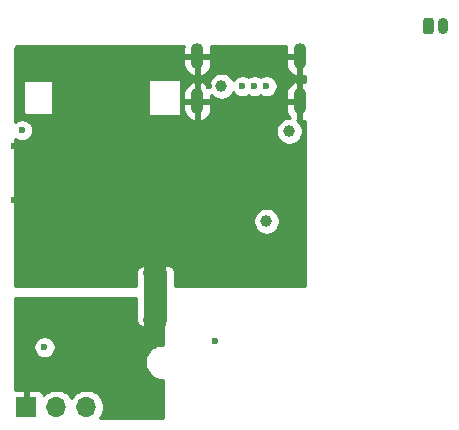
<source format=gbr>
%TF.GenerationSoftware,KiCad,Pcbnew,(5.1.8)-1*%
%TF.CreationDate,2021-03-06T05:42:10-08:00*%
%TF.ProjectId,audioboard,61756469-6f62-46f6-9172-642e6b696361,rev?*%
%TF.SameCoordinates,Original*%
%TF.FileFunction,Copper,L2,Inr*%
%TF.FilePolarity,Positive*%
%FSLAX46Y46*%
G04 Gerber Fmt 4.6, Leading zero omitted, Abs format (unit mm)*
G04 Created by KiCad (PCBNEW (5.1.8)-1) date 2021-03-06 05:42:10*
%MOMM*%
%LPD*%
G01*
G04 APERTURE LIST*
%TA.AperFunction,EtchedComponent*%
%ADD10C,0.100000*%
%TD*%
%TA.AperFunction,Conductor*%
%ADD11C,2.000000*%
%TD*%
%TA.AperFunction,ComponentPad*%
%ADD12O,0.900000X1.400000*%
%TD*%
%TA.AperFunction,ComponentPad*%
%ADD13O,1.700000X1.700000*%
%TD*%
%TA.AperFunction,ComponentPad*%
%ADD14R,1.700000X1.700000*%
%TD*%
%TA.AperFunction,ComponentPad*%
%ADD15O,1.100000X2.200000*%
%TD*%
%TA.AperFunction,ViaPad*%
%ADD16C,0.600000*%
%TD*%
%TA.AperFunction,ViaPad*%
%ADD17C,1.000000*%
%TD*%
%TA.AperFunction,Conductor*%
%ADD18C,0.254000*%
%TD*%
%TA.AperFunction,Conductor*%
%ADD19C,0.100000*%
%TD*%
G04 APERTURE END LIST*
D10*
%TO.C,*%
G36*
X88154000Y-100044000D02*
G01*
X88154000Y-96044000D01*
X90154000Y-96044000D01*
X90154000Y-100044000D01*
X88154000Y-100044000D01*
G37*
%TD*%
D11*
%TO.N,GND*%
%TO.C,*%
X89154000Y-96044000D03*
%TO.N,GNDA*%
X89154000Y-100044000D03*
%TD*%
D12*
%TO.N,GND*%
%TO.C,J2*%
X113518000Y-75184000D03*
%TO.N,VBAT*%
%TA.AperFunction,ComponentPad*%
G36*
G01*
X111818000Y-75659000D02*
X111818000Y-74709000D01*
G75*
G02*
X112043000Y-74484000I225000J0D01*
G01*
X112493000Y-74484000D01*
G75*
G02*
X112718000Y-74709000I0J-225000D01*
G01*
X112718000Y-75659000D01*
G75*
G02*
X112493000Y-75884000I-225000J0D01*
G01*
X112043000Y-75884000D01*
G75*
G02*
X111818000Y-75659000I0J225000D01*
G01*
G37*
%TD.AperFunction*%
%TD*%
D13*
%TO.N,LINEIN_L*%
%TO.C,J3*%
X83312000Y-107442000D03*
%TO.N,LINEIN_R*%
X80772000Y-107442000D03*
D14*
%TO.N,GNDA*%
X78232000Y-107442000D03*
%TD*%
D15*
%TO.N,GND*%
%TO.C,J1*%
X92708000Y-81534000D03*
X101348000Y-81534000D03*
X92708000Y-77734000D03*
X101348000Y-77734000D03*
%TD*%
D16*
%TO.N,GND*%
X99822000Y-77216000D03*
X99822000Y-80264000D03*
X93726000Y-80264000D03*
X101346000Y-85344000D03*
X98552000Y-84420000D03*
X95758000Y-87884000D03*
X77216000Y-89916000D03*
X77216000Y-85344000D03*
X77470000Y-96266000D03*
%TO.N,+3V3*%
X77862685Y-83997724D03*
D17*
X98552000Y-91694000D03*
D16*
%TO.N,GNDA*%
X79672265Y-99738265D03*
X86106000Y-104394000D03*
D17*
%TO.N,VBUS*%
X94742000Y-80264000D03*
D16*
X98552000Y-80264000D03*
D17*
X100477002Y-84074000D03*
D16*
%TO.N,HP_R*%
X94234000Y-101854000D03*
%TO.N,HP_L*%
X79756000Y-102362000D03*
%TO.N,Net-(J1-PadA5)*%
X96520000Y-80264000D03*
%TO.N,Net-(J1-PadB5)*%
X97536000Y-80264000D03*
%TD*%
D18*
%TO.N,GNDA*%
X87519000Y-100044000D02*
X87524834Y-100103505D01*
X87530248Y-100162987D01*
X87530875Y-100165118D01*
X87531093Y-100167339D01*
X87548388Y-100224621D01*
X87565238Y-100281875D01*
X87566269Y-100283847D01*
X87566913Y-100285980D01*
X87594988Y-100338781D01*
X87622655Y-100391703D01*
X87624049Y-100393437D01*
X87625095Y-100395404D01*
X87662883Y-100441737D01*
X87700310Y-100488286D01*
X87702015Y-100489717D01*
X87703423Y-100491443D01*
X87749473Y-100529539D01*
X87795246Y-100567947D01*
X87797198Y-100569020D01*
X87798913Y-100570439D01*
X87851461Y-100598851D01*
X87903847Y-100627651D01*
X87905971Y-100628325D01*
X87907928Y-100629383D01*
X87964950Y-100647034D01*
X88021976Y-100665124D01*
X88024192Y-100665373D01*
X88026316Y-100666030D01*
X88085743Y-100672276D01*
X88145134Y-100678938D01*
X88149404Y-100678968D01*
X88149567Y-100678985D01*
X88149730Y-100678970D01*
X88154000Y-100679000D01*
X89789000Y-100679000D01*
X89789000Y-102147000D01*
X89575740Y-102147000D01*
X89288842Y-102204068D01*
X89018589Y-102316010D01*
X88775368Y-102478525D01*
X88568525Y-102685368D01*
X88406010Y-102928589D01*
X88294068Y-103198842D01*
X88237000Y-103485740D01*
X88237000Y-103778260D01*
X88294068Y-104065158D01*
X88406010Y-104335411D01*
X88568525Y-104578632D01*
X88775368Y-104785475D01*
X89018589Y-104947990D01*
X89288842Y-105059932D01*
X89575740Y-105117000D01*
X89789000Y-105117000D01*
X89789000Y-108383200D01*
X84469105Y-108383200D01*
X84627990Y-108145411D01*
X84739932Y-107875158D01*
X84797000Y-107588260D01*
X84797000Y-107295740D01*
X84739932Y-107008842D01*
X84627990Y-106738589D01*
X84465475Y-106495368D01*
X84258632Y-106288525D01*
X84015411Y-106126010D01*
X83745158Y-106014068D01*
X83458260Y-105957000D01*
X83165740Y-105957000D01*
X82878842Y-106014068D01*
X82608589Y-106126010D01*
X82365368Y-106288525D01*
X82158525Y-106495368D01*
X82042000Y-106669760D01*
X81925475Y-106495368D01*
X81718632Y-106288525D01*
X81475411Y-106126010D01*
X81205158Y-106014068D01*
X80918260Y-105957000D01*
X80625740Y-105957000D01*
X80338842Y-106014068D01*
X80068589Y-106126010D01*
X79825368Y-106288525D01*
X79693513Y-106420380D01*
X79671502Y-106347820D01*
X79612537Y-106237506D01*
X79533185Y-106140815D01*
X79436494Y-106061463D01*
X79326180Y-106002498D01*
X79206482Y-105966188D01*
X79082000Y-105953928D01*
X78517750Y-105957000D01*
X78359000Y-106115750D01*
X78359000Y-107315000D01*
X78379000Y-107315000D01*
X78379000Y-107569000D01*
X78359000Y-107569000D01*
X78359000Y-107589000D01*
X78105000Y-107589000D01*
X78105000Y-107569000D01*
X78085000Y-107569000D01*
X78085000Y-107315000D01*
X78105000Y-107315000D01*
X78105000Y-106115750D01*
X77946250Y-105957000D01*
X77382000Y-105953928D01*
X77276500Y-105964318D01*
X77276500Y-102269911D01*
X78821000Y-102269911D01*
X78821000Y-102454089D01*
X78856932Y-102634729D01*
X78927414Y-102804889D01*
X79029738Y-102958028D01*
X79159972Y-103088262D01*
X79313111Y-103190586D01*
X79483271Y-103261068D01*
X79663911Y-103297000D01*
X79848089Y-103297000D01*
X80028729Y-103261068D01*
X80198889Y-103190586D01*
X80352028Y-103088262D01*
X80482262Y-102958028D01*
X80584586Y-102804889D01*
X80655068Y-102634729D01*
X80691000Y-102454089D01*
X80691000Y-102269911D01*
X80655068Y-102089271D01*
X80584586Y-101919111D01*
X80482262Y-101765972D01*
X80352028Y-101635738D01*
X80198889Y-101533414D01*
X80028729Y-101462932D01*
X79848089Y-101427000D01*
X79663911Y-101427000D01*
X79483271Y-101462932D01*
X79313111Y-101533414D01*
X79159972Y-101635738D01*
X79029738Y-101765972D01*
X78927414Y-101919111D01*
X78856932Y-102089271D01*
X78821000Y-102269911D01*
X77276500Y-102269911D01*
X77276500Y-98171000D01*
X87519000Y-98171000D01*
X87519000Y-100044000D01*
%TA.AperFunction,Conductor*%
D19*
G36*
X87519000Y-100044000D02*
G01*
X87524834Y-100103505D01*
X87530248Y-100162987D01*
X87530875Y-100165118D01*
X87531093Y-100167339D01*
X87548388Y-100224621D01*
X87565238Y-100281875D01*
X87566269Y-100283847D01*
X87566913Y-100285980D01*
X87594988Y-100338781D01*
X87622655Y-100391703D01*
X87624049Y-100393437D01*
X87625095Y-100395404D01*
X87662883Y-100441737D01*
X87700310Y-100488286D01*
X87702015Y-100489717D01*
X87703423Y-100491443D01*
X87749473Y-100529539D01*
X87795246Y-100567947D01*
X87797198Y-100569020D01*
X87798913Y-100570439D01*
X87851461Y-100598851D01*
X87903847Y-100627651D01*
X87905971Y-100628325D01*
X87907928Y-100629383D01*
X87964950Y-100647034D01*
X88021976Y-100665124D01*
X88024192Y-100665373D01*
X88026316Y-100666030D01*
X88085743Y-100672276D01*
X88145134Y-100678938D01*
X88149404Y-100678968D01*
X88149567Y-100678985D01*
X88149730Y-100678970D01*
X88154000Y-100679000D01*
X89789000Y-100679000D01*
X89789000Y-102147000D01*
X89575740Y-102147000D01*
X89288842Y-102204068D01*
X89018589Y-102316010D01*
X88775368Y-102478525D01*
X88568525Y-102685368D01*
X88406010Y-102928589D01*
X88294068Y-103198842D01*
X88237000Y-103485740D01*
X88237000Y-103778260D01*
X88294068Y-104065158D01*
X88406010Y-104335411D01*
X88568525Y-104578632D01*
X88775368Y-104785475D01*
X89018589Y-104947990D01*
X89288842Y-105059932D01*
X89575740Y-105117000D01*
X89789000Y-105117000D01*
X89789000Y-108383200D01*
X84469105Y-108383200D01*
X84627990Y-108145411D01*
X84739932Y-107875158D01*
X84797000Y-107588260D01*
X84797000Y-107295740D01*
X84739932Y-107008842D01*
X84627990Y-106738589D01*
X84465475Y-106495368D01*
X84258632Y-106288525D01*
X84015411Y-106126010D01*
X83745158Y-106014068D01*
X83458260Y-105957000D01*
X83165740Y-105957000D01*
X82878842Y-106014068D01*
X82608589Y-106126010D01*
X82365368Y-106288525D01*
X82158525Y-106495368D01*
X82042000Y-106669760D01*
X81925475Y-106495368D01*
X81718632Y-106288525D01*
X81475411Y-106126010D01*
X81205158Y-106014068D01*
X80918260Y-105957000D01*
X80625740Y-105957000D01*
X80338842Y-106014068D01*
X80068589Y-106126010D01*
X79825368Y-106288525D01*
X79693513Y-106420380D01*
X79671502Y-106347820D01*
X79612537Y-106237506D01*
X79533185Y-106140815D01*
X79436494Y-106061463D01*
X79326180Y-106002498D01*
X79206482Y-105966188D01*
X79082000Y-105953928D01*
X78517750Y-105957000D01*
X78359000Y-106115750D01*
X78359000Y-107315000D01*
X78379000Y-107315000D01*
X78379000Y-107569000D01*
X78359000Y-107569000D01*
X78359000Y-107589000D01*
X78105000Y-107589000D01*
X78105000Y-107569000D01*
X78085000Y-107569000D01*
X78085000Y-107315000D01*
X78105000Y-107315000D01*
X78105000Y-106115750D01*
X77946250Y-105957000D01*
X77382000Y-105953928D01*
X77276500Y-105964318D01*
X77276500Y-102269911D01*
X78821000Y-102269911D01*
X78821000Y-102454089D01*
X78856932Y-102634729D01*
X78927414Y-102804889D01*
X79029738Y-102958028D01*
X79159972Y-103088262D01*
X79313111Y-103190586D01*
X79483271Y-103261068D01*
X79663911Y-103297000D01*
X79848089Y-103297000D01*
X80028729Y-103261068D01*
X80198889Y-103190586D01*
X80352028Y-103088262D01*
X80482262Y-102958028D01*
X80584586Y-102804889D01*
X80655068Y-102634729D01*
X80691000Y-102454089D01*
X80691000Y-102269911D01*
X80655068Y-102089271D01*
X80584586Y-101919111D01*
X80482262Y-101765972D01*
X80352028Y-101635738D01*
X80198889Y-101533414D01*
X80028729Y-101462932D01*
X79848089Y-101427000D01*
X79663911Y-101427000D01*
X79483271Y-101462932D01*
X79313111Y-101533414D01*
X79159972Y-101635738D01*
X79029738Y-101765972D01*
X78927414Y-101919111D01*
X78856932Y-102089271D01*
X78821000Y-102269911D01*
X77276500Y-102269911D01*
X77276500Y-98171000D01*
X87519000Y-98171000D01*
X87519000Y-100044000D01*
G37*
%TD.AperFunction*%
%TD*%
D18*
%TO.N,GND*%
X91523000Y-77057000D02*
X91523000Y-77607000D01*
X92581000Y-77607000D01*
X92581000Y-77587000D01*
X92835000Y-77587000D01*
X92835000Y-77607000D01*
X93893000Y-77607000D01*
X93893000Y-77057000D01*
X93850638Y-76853200D01*
X100205362Y-76853200D01*
X100163000Y-77057000D01*
X100163000Y-77607000D01*
X101221000Y-77607000D01*
X101221000Y-77587000D01*
X101475000Y-77587000D01*
X101475000Y-77607000D01*
X101495000Y-77607000D01*
X101495000Y-77861000D01*
X101475000Y-77861000D01*
X101475000Y-79302361D01*
X101657744Y-79427803D01*
X101684147Y-79427399D01*
X101806501Y-79377946D01*
X101806501Y-79890054D01*
X101684147Y-79840601D01*
X101657744Y-79840197D01*
X101475000Y-79965639D01*
X101475000Y-81407000D01*
X101495000Y-81407000D01*
X101495000Y-81661000D01*
X101475000Y-81661000D01*
X101475000Y-83102361D01*
X101657744Y-83227803D01*
X101684147Y-83227399D01*
X101806501Y-83177946D01*
X101806500Y-97155000D01*
X90789000Y-97155000D01*
X90789000Y-96044000D01*
X90783166Y-95984495D01*
X90777752Y-95925013D01*
X90777125Y-95922882D01*
X90776907Y-95920661D01*
X90759612Y-95863379D01*
X90742762Y-95806125D01*
X90741731Y-95804153D01*
X90741087Y-95802020D01*
X90713012Y-95749219D01*
X90685345Y-95696297D01*
X90683951Y-95694563D01*
X90682905Y-95692596D01*
X90645117Y-95646263D01*
X90607690Y-95599714D01*
X90605985Y-95598283D01*
X90604577Y-95596557D01*
X90558527Y-95558461D01*
X90512754Y-95520053D01*
X90510802Y-95518980D01*
X90509087Y-95517561D01*
X90456539Y-95489149D01*
X90404153Y-95460349D01*
X90402029Y-95459675D01*
X90400072Y-95458617D01*
X90343050Y-95440966D01*
X90286024Y-95422876D01*
X90283808Y-95422627D01*
X90281684Y-95421970D01*
X90222257Y-95415724D01*
X90162866Y-95409062D01*
X90158596Y-95409032D01*
X90158433Y-95409015D01*
X90158270Y-95409030D01*
X90154000Y-95409000D01*
X88154000Y-95409000D01*
X88094495Y-95414834D01*
X88035013Y-95420248D01*
X88032882Y-95420875D01*
X88030661Y-95421093D01*
X87973379Y-95438388D01*
X87916125Y-95455238D01*
X87914153Y-95456269D01*
X87912020Y-95456913D01*
X87859219Y-95484988D01*
X87806297Y-95512655D01*
X87804563Y-95514049D01*
X87802596Y-95515095D01*
X87756263Y-95552883D01*
X87709714Y-95590310D01*
X87708283Y-95592015D01*
X87706557Y-95593423D01*
X87668461Y-95639473D01*
X87630053Y-95685246D01*
X87628980Y-95687198D01*
X87627561Y-95688913D01*
X87599149Y-95741461D01*
X87570349Y-95793847D01*
X87569675Y-95795971D01*
X87568617Y-95797928D01*
X87550966Y-95854950D01*
X87532876Y-95911976D01*
X87532627Y-95914192D01*
X87531970Y-95916316D01*
X87525724Y-95975743D01*
X87519062Y-96035134D01*
X87519032Y-96039404D01*
X87519015Y-96039567D01*
X87519030Y-96039730D01*
X87519000Y-96044000D01*
X87519000Y-97155000D01*
X77276500Y-97155000D01*
X77276500Y-91582212D01*
X97417000Y-91582212D01*
X97417000Y-91805788D01*
X97460617Y-92025067D01*
X97546176Y-92231624D01*
X97670388Y-92417520D01*
X97828480Y-92575612D01*
X98014376Y-92699824D01*
X98220933Y-92785383D01*
X98440212Y-92829000D01*
X98663788Y-92829000D01*
X98883067Y-92785383D01*
X99089624Y-92699824D01*
X99275520Y-92575612D01*
X99433612Y-92417520D01*
X99557824Y-92231624D01*
X99643383Y-92025067D01*
X99687000Y-91805788D01*
X99687000Y-91582212D01*
X99643383Y-91362933D01*
X99557824Y-91156376D01*
X99433612Y-90970480D01*
X99275520Y-90812388D01*
X99089624Y-90688176D01*
X98883067Y-90602617D01*
X98663788Y-90559000D01*
X98440212Y-90559000D01*
X98220933Y-90602617D01*
X98014376Y-90688176D01*
X97828480Y-90812388D01*
X97670388Y-90970480D01*
X97546176Y-91156376D01*
X97460617Y-91362933D01*
X97417000Y-91582212D01*
X77276500Y-91582212D01*
X77276500Y-84730563D01*
X77419796Y-84826310D01*
X77589956Y-84896792D01*
X77770596Y-84932724D01*
X77954774Y-84932724D01*
X78135414Y-84896792D01*
X78305574Y-84826310D01*
X78458713Y-84723986D01*
X78588947Y-84593752D01*
X78691271Y-84440613D01*
X78761753Y-84270453D01*
X78797685Y-84089813D01*
X78797685Y-83962212D01*
X99342002Y-83962212D01*
X99342002Y-84185788D01*
X99385619Y-84405067D01*
X99471178Y-84611624D01*
X99595390Y-84797520D01*
X99753482Y-84955612D01*
X99939378Y-85079824D01*
X100145935Y-85165383D01*
X100365214Y-85209000D01*
X100588790Y-85209000D01*
X100808069Y-85165383D01*
X101014626Y-85079824D01*
X101200522Y-84955612D01*
X101358614Y-84797520D01*
X101482826Y-84611624D01*
X101568385Y-84405067D01*
X101612002Y-84185788D01*
X101612002Y-83962212D01*
X101568385Y-83742933D01*
X101482826Y-83536376D01*
X101358614Y-83350480D01*
X101200522Y-83192388D01*
X101144440Y-83154915D01*
X101221000Y-83102361D01*
X101221000Y-81661000D01*
X100163000Y-81661000D01*
X100163000Y-82211000D01*
X100210546Y-82439742D01*
X100301804Y-82654813D01*
X100433266Y-82847948D01*
X100525896Y-82939000D01*
X100365214Y-82939000D01*
X100145935Y-82982617D01*
X99939378Y-83068176D01*
X99753482Y-83192388D01*
X99595390Y-83350480D01*
X99471178Y-83536376D01*
X99385619Y-83742933D01*
X99342002Y-83962212D01*
X78797685Y-83962212D01*
X78797685Y-83905635D01*
X78761753Y-83724995D01*
X78691271Y-83554835D01*
X78588947Y-83401696D01*
X78458713Y-83271462D01*
X78305574Y-83169138D01*
X78135414Y-83098656D01*
X77954774Y-83062724D01*
X77770596Y-83062724D01*
X77589956Y-83098656D01*
X77419796Y-83169138D01*
X77276500Y-83264885D01*
X77276500Y-79883000D01*
X77978000Y-79883000D01*
X77978000Y-82550000D01*
X77980440Y-82574776D01*
X77987667Y-82598601D01*
X77999403Y-82620557D01*
X78015197Y-82639803D01*
X78034443Y-82655597D01*
X78056399Y-82667333D01*
X78080224Y-82674560D01*
X78105000Y-82677000D01*
X80391000Y-82677000D01*
X80415776Y-82674560D01*
X80439601Y-82667333D01*
X80461557Y-82655597D01*
X80480803Y-82639803D01*
X80496597Y-82620557D01*
X80508333Y-82598601D01*
X80515560Y-82574776D01*
X80518000Y-82550000D01*
X80518000Y-79883000D01*
X80515560Y-79858224D01*
X80508333Y-79834399D01*
X80496597Y-79812443D01*
X80480803Y-79793197D01*
X80461557Y-79777403D01*
X80439601Y-79765667D01*
X80415776Y-79758440D01*
X80391000Y-79756000D01*
X88519000Y-79756000D01*
X88519000Y-82677000D01*
X88521440Y-82701776D01*
X88528667Y-82725601D01*
X88540403Y-82747557D01*
X88556197Y-82766803D01*
X88575443Y-82782597D01*
X88597399Y-82794333D01*
X88621224Y-82801560D01*
X88646000Y-82804000D01*
X91186000Y-82804000D01*
X91210776Y-82801560D01*
X91234601Y-82794333D01*
X91256557Y-82782597D01*
X91275803Y-82766803D01*
X91291597Y-82747557D01*
X91303333Y-82725601D01*
X91310560Y-82701776D01*
X91313000Y-82677000D01*
X91313000Y-81661000D01*
X91523000Y-81661000D01*
X91523000Y-82211000D01*
X91570546Y-82439742D01*
X91661804Y-82654813D01*
X91793266Y-82847948D01*
X91959881Y-83011725D01*
X92155246Y-83139850D01*
X92371853Y-83227399D01*
X92398256Y-83227803D01*
X92581000Y-83102361D01*
X92581000Y-81661000D01*
X92835000Y-81661000D01*
X92835000Y-83102361D01*
X93017744Y-83227803D01*
X93044147Y-83227399D01*
X93260754Y-83139850D01*
X93456119Y-83011725D01*
X93622734Y-82847948D01*
X93754196Y-82654813D01*
X93845454Y-82439742D01*
X93893000Y-82211000D01*
X93893000Y-81661000D01*
X92835000Y-81661000D01*
X92581000Y-81661000D01*
X91523000Y-81661000D01*
X91313000Y-81661000D01*
X91313000Y-80857000D01*
X91523000Y-80857000D01*
X91523000Y-81407000D01*
X92581000Y-81407000D01*
X92581000Y-79965639D01*
X92835000Y-79965639D01*
X92835000Y-81407000D01*
X93893000Y-81407000D01*
X93893000Y-81020132D01*
X94018480Y-81145612D01*
X94204376Y-81269824D01*
X94410933Y-81355383D01*
X94630212Y-81399000D01*
X94853788Y-81399000D01*
X95073067Y-81355383D01*
X95279624Y-81269824D01*
X95465520Y-81145612D01*
X95623612Y-80987520D01*
X95747824Y-80801624D01*
X95750461Y-80795259D01*
X95793738Y-80860028D01*
X95923972Y-80990262D01*
X96077111Y-81092586D01*
X96247271Y-81163068D01*
X96427911Y-81199000D01*
X96612089Y-81199000D01*
X96792729Y-81163068D01*
X96962889Y-81092586D01*
X97028000Y-81049080D01*
X97093111Y-81092586D01*
X97263271Y-81163068D01*
X97443911Y-81199000D01*
X97628089Y-81199000D01*
X97808729Y-81163068D01*
X97978889Y-81092586D01*
X98044000Y-81049080D01*
X98109111Y-81092586D01*
X98279271Y-81163068D01*
X98459911Y-81199000D01*
X98644089Y-81199000D01*
X98824729Y-81163068D01*
X98994889Y-81092586D01*
X99148028Y-80990262D01*
X99278262Y-80860028D01*
X99280285Y-80857000D01*
X100163000Y-80857000D01*
X100163000Y-81407000D01*
X101221000Y-81407000D01*
X101221000Y-79965639D01*
X101038256Y-79840197D01*
X101011853Y-79840601D01*
X100795246Y-79928150D01*
X100599881Y-80056275D01*
X100433266Y-80220052D01*
X100301804Y-80413187D01*
X100210546Y-80628258D01*
X100163000Y-80857000D01*
X99280285Y-80857000D01*
X99380586Y-80706889D01*
X99451068Y-80536729D01*
X99487000Y-80356089D01*
X99487000Y-80171911D01*
X99451068Y-79991271D01*
X99380586Y-79821111D01*
X99278262Y-79667972D01*
X99148028Y-79537738D01*
X98994889Y-79435414D01*
X98824729Y-79364932D01*
X98644089Y-79329000D01*
X98459911Y-79329000D01*
X98279271Y-79364932D01*
X98109111Y-79435414D01*
X98044000Y-79478920D01*
X97978889Y-79435414D01*
X97808729Y-79364932D01*
X97628089Y-79329000D01*
X97443911Y-79329000D01*
X97263271Y-79364932D01*
X97093111Y-79435414D01*
X97028000Y-79478920D01*
X96962889Y-79435414D01*
X96792729Y-79364932D01*
X96612089Y-79329000D01*
X96427911Y-79329000D01*
X96247271Y-79364932D01*
X96077111Y-79435414D01*
X95923972Y-79537738D01*
X95793738Y-79667972D01*
X95750461Y-79732741D01*
X95747824Y-79726376D01*
X95623612Y-79540480D01*
X95465520Y-79382388D01*
X95279624Y-79258176D01*
X95073067Y-79172617D01*
X94853788Y-79129000D01*
X94630212Y-79129000D01*
X94410933Y-79172617D01*
X94204376Y-79258176D01*
X94018480Y-79382388D01*
X93860388Y-79540480D01*
X93736176Y-79726376D01*
X93650617Y-79932933D01*
X93607000Y-80152212D01*
X93607000Y-80204586D01*
X93456119Y-80056275D01*
X93260754Y-79928150D01*
X93044147Y-79840601D01*
X93017744Y-79840197D01*
X92835000Y-79965639D01*
X92581000Y-79965639D01*
X92398256Y-79840197D01*
X92371853Y-79840601D01*
X92155246Y-79928150D01*
X91959881Y-80056275D01*
X91793266Y-80220052D01*
X91661804Y-80413187D01*
X91570546Y-80628258D01*
X91523000Y-80857000D01*
X91313000Y-80857000D01*
X91313000Y-79756000D01*
X91310560Y-79731224D01*
X91303333Y-79707399D01*
X91291597Y-79685443D01*
X91275803Y-79666197D01*
X91256557Y-79650403D01*
X91234601Y-79638667D01*
X91210776Y-79631440D01*
X91186000Y-79629000D01*
X88646000Y-79629000D01*
X88621224Y-79631440D01*
X88597399Y-79638667D01*
X88575443Y-79650403D01*
X88556197Y-79666197D01*
X88540403Y-79685443D01*
X88528667Y-79707399D01*
X88521440Y-79731224D01*
X88519000Y-79756000D01*
X80391000Y-79756000D01*
X78105000Y-79756000D01*
X78080224Y-79758440D01*
X78056399Y-79765667D01*
X78034443Y-79777403D01*
X78015197Y-79793197D01*
X77999403Y-79812443D01*
X77987667Y-79834399D01*
X77980440Y-79858224D01*
X77978000Y-79883000D01*
X77276500Y-79883000D01*
X77276500Y-77861000D01*
X91523000Y-77861000D01*
X91523000Y-78411000D01*
X91570546Y-78639742D01*
X91661804Y-78854813D01*
X91793266Y-79047948D01*
X91959881Y-79211725D01*
X92155246Y-79339850D01*
X92371853Y-79427399D01*
X92398256Y-79427803D01*
X92581000Y-79302361D01*
X92581000Y-77861000D01*
X92835000Y-77861000D01*
X92835000Y-79302361D01*
X93017744Y-79427803D01*
X93044147Y-79427399D01*
X93260754Y-79339850D01*
X93456119Y-79211725D01*
X93622734Y-79047948D01*
X93754196Y-78854813D01*
X93845454Y-78639742D01*
X93893000Y-78411000D01*
X93893000Y-77861000D01*
X100163000Y-77861000D01*
X100163000Y-78411000D01*
X100210546Y-78639742D01*
X100301804Y-78854813D01*
X100433266Y-79047948D01*
X100599881Y-79211725D01*
X100795246Y-79339850D01*
X101011853Y-79427399D01*
X101038256Y-79427803D01*
X101221000Y-79302361D01*
X101221000Y-77861000D01*
X100163000Y-77861000D01*
X93893000Y-77861000D01*
X92835000Y-77861000D01*
X92581000Y-77861000D01*
X91523000Y-77861000D01*
X77276500Y-77861000D01*
X77276500Y-77065442D01*
X77316843Y-76968003D01*
X77391303Y-76893543D01*
X77488741Y-76853200D01*
X91565362Y-76853200D01*
X91523000Y-77057000D01*
%TA.AperFunction,Conductor*%
D19*
G36*
X91523000Y-77057000D02*
G01*
X91523000Y-77607000D01*
X92581000Y-77607000D01*
X92581000Y-77587000D01*
X92835000Y-77587000D01*
X92835000Y-77607000D01*
X93893000Y-77607000D01*
X93893000Y-77057000D01*
X93850638Y-76853200D01*
X100205362Y-76853200D01*
X100163000Y-77057000D01*
X100163000Y-77607000D01*
X101221000Y-77607000D01*
X101221000Y-77587000D01*
X101475000Y-77587000D01*
X101475000Y-77607000D01*
X101495000Y-77607000D01*
X101495000Y-77861000D01*
X101475000Y-77861000D01*
X101475000Y-79302361D01*
X101657744Y-79427803D01*
X101684147Y-79427399D01*
X101806501Y-79377946D01*
X101806501Y-79890054D01*
X101684147Y-79840601D01*
X101657744Y-79840197D01*
X101475000Y-79965639D01*
X101475000Y-81407000D01*
X101495000Y-81407000D01*
X101495000Y-81661000D01*
X101475000Y-81661000D01*
X101475000Y-83102361D01*
X101657744Y-83227803D01*
X101684147Y-83227399D01*
X101806501Y-83177946D01*
X101806500Y-97155000D01*
X90789000Y-97155000D01*
X90789000Y-96044000D01*
X90783166Y-95984495D01*
X90777752Y-95925013D01*
X90777125Y-95922882D01*
X90776907Y-95920661D01*
X90759612Y-95863379D01*
X90742762Y-95806125D01*
X90741731Y-95804153D01*
X90741087Y-95802020D01*
X90713012Y-95749219D01*
X90685345Y-95696297D01*
X90683951Y-95694563D01*
X90682905Y-95692596D01*
X90645117Y-95646263D01*
X90607690Y-95599714D01*
X90605985Y-95598283D01*
X90604577Y-95596557D01*
X90558527Y-95558461D01*
X90512754Y-95520053D01*
X90510802Y-95518980D01*
X90509087Y-95517561D01*
X90456539Y-95489149D01*
X90404153Y-95460349D01*
X90402029Y-95459675D01*
X90400072Y-95458617D01*
X90343050Y-95440966D01*
X90286024Y-95422876D01*
X90283808Y-95422627D01*
X90281684Y-95421970D01*
X90222257Y-95415724D01*
X90162866Y-95409062D01*
X90158596Y-95409032D01*
X90158433Y-95409015D01*
X90158270Y-95409030D01*
X90154000Y-95409000D01*
X88154000Y-95409000D01*
X88094495Y-95414834D01*
X88035013Y-95420248D01*
X88032882Y-95420875D01*
X88030661Y-95421093D01*
X87973379Y-95438388D01*
X87916125Y-95455238D01*
X87914153Y-95456269D01*
X87912020Y-95456913D01*
X87859219Y-95484988D01*
X87806297Y-95512655D01*
X87804563Y-95514049D01*
X87802596Y-95515095D01*
X87756263Y-95552883D01*
X87709714Y-95590310D01*
X87708283Y-95592015D01*
X87706557Y-95593423D01*
X87668461Y-95639473D01*
X87630053Y-95685246D01*
X87628980Y-95687198D01*
X87627561Y-95688913D01*
X87599149Y-95741461D01*
X87570349Y-95793847D01*
X87569675Y-95795971D01*
X87568617Y-95797928D01*
X87550966Y-95854950D01*
X87532876Y-95911976D01*
X87532627Y-95914192D01*
X87531970Y-95916316D01*
X87525724Y-95975743D01*
X87519062Y-96035134D01*
X87519032Y-96039404D01*
X87519015Y-96039567D01*
X87519030Y-96039730D01*
X87519000Y-96044000D01*
X87519000Y-97155000D01*
X77276500Y-97155000D01*
X77276500Y-91582212D01*
X97417000Y-91582212D01*
X97417000Y-91805788D01*
X97460617Y-92025067D01*
X97546176Y-92231624D01*
X97670388Y-92417520D01*
X97828480Y-92575612D01*
X98014376Y-92699824D01*
X98220933Y-92785383D01*
X98440212Y-92829000D01*
X98663788Y-92829000D01*
X98883067Y-92785383D01*
X99089624Y-92699824D01*
X99275520Y-92575612D01*
X99433612Y-92417520D01*
X99557824Y-92231624D01*
X99643383Y-92025067D01*
X99687000Y-91805788D01*
X99687000Y-91582212D01*
X99643383Y-91362933D01*
X99557824Y-91156376D01*
X99433612Y-90970480D01*
X99275520Y-90812388D01*
X99089624Y-90688176D01*
X98883067Y-90602617D01*
X98663788Y-90559000D01*
X98440212Y-90559000D01*
X98220933Y-90602617D01*
X98014376Y-90688176D01*
X97828480Y-90812388D01*
X97670388Y-90970480D01*
X97546176Y-91156376D01*
X97460617Y-91362933D01*
X97417000Y-91582212D01*
X77276500Y-91582212D01*
X77276500Y-84730563D01*
X77419796Y-84826310D01*
X77589956Y-84896792D01*
X77770596Y-84932724D01*
X77954774Y-84932724D01*
X78135414Y-84896792D01*
X78305574Y-84826310D01*
X78458713Y-84723986D01*
X78588947Y-84593752D01*
X78691271Y-84440613D01*
X78761753Y-84270453D01*
X78797685Y-84089813D01*
X78797685Y-83962212D01*
X99342002Y-83962212D01*
X99342002Y-84185788D01*
X99385619Y-84405067D01*
X99471178Y-84611624D01*
X99595390Y-84797520D01*
X99753482Y-84955612D01*
X99939378Y-85079824D01*
X100145935Y-85165383D01*
X100365214Y-85209000D01*
X100588790Y-85209000D01*
X100808069Y-85165383D01*
X101014626Y-85079824D01*
X101200522Y-84955612D01*
X101358614Y-84797520D01*
X101482826Y-84611624D01*
X101568385Y-84405067D01*
X101612002Y-84185788D01*
X101612002Y-83962212D01*
X101568385Y-83742933D01*
X101482826Y-83536376D01*
X101358614Y-83350480D01*
X101200522Y-83192388D01*
X101144440Y-83154915D01*
X101221000Y-83102361D01*
X101221000Y-81661000D01*
X100163000Y-81661000D01*
X100163000Y-82211000D01*
X100210546Y-82439742D01*
X100301804Y-82654813D01*
X100433266Y-82847948D01*
X100525896Y-82939000D01*
X100365214Y-82939000D01*
X100145935Y-82982617D01*
X99939378Y-83068176D01*
X99753482Y-83192388D01*
X99595390Y-83350480D01*
X99471178Y-83536376D01*
X99385619Y-83742933D01*
X99342002Y-83962212D01*
X78797685Y-83962212D01*
X78797685Y-83905635D01*
X78761753Y-83724995D01*
X78691271Y-83554835D01*
X78588947Y-83401696D01*
X78458713Y-83271462D01*
X78305574Y-83169138D01*
X78135414Y-83098656D01*
X77954774Y-83062724D01*
X77770596Y-83062724D01*
X77589956Y-83098656D01*
X77419796Y-83169138D01*
X77276500Y-83264885D01*
X77276500Y-79883000D01*
X77978000Y-79883000D01*
X77978000Y-82550000D01*
X77980440Y-82574776D01*
X77987667Y-82598601D01*
X77999403Y-82620557D01*
X78015197Y-82639803D01*
X78034443Y-82655597D01*
X78056399Y-82667333D01*
X78080224Y-82674560D01*
X78105000Y-82677000D01*
X80391000Y-82677000D01*
X80415776Y-82674560D01*
X80439601Y-82667333D01*
X80461557Y-82655597D01*
X80480803Y-82639803D01*
X80496597Y-82620557D01*
X80508333Y-82598601D01*
X80515560Y-82574776D01*
X80518000Y-82550000D01*
X80518000Y-79883000D01*
X80515560Y-79858224D01*
X80508333Y-79834399D01*
X80496597Y-79812443D01*
X80480803Y-79793197D01*
X80461557Y-79777403D01*
X80439601Y-79765667D01*
X80415776Y-79758440D01*
X80391000Y-79756000D01*
X88519000Y-79756000D01*
X88519000Y-82677000D01*
X88521440Y-82701776D01*
X88528667Y-82725601D01*
X88540403Y-82747557D01*
X88556197Y-82766803D01*
X88575443Y-82782597D01*
X88597399Y-82794333D01*
X88621224Y-82801560D01*
X88646000Y-82804000D01*
X91186000Y-82804000D01*
X91210776Y-82801560D01*
X91234601Y-82794333D01*
X91256557Y-82782597D01*
X91275803Y-82766803D01*
X91291597Y-82747557D01*
X91303333Y-82725601D01*
X91310560Y-82701776D01*
X91313000Y-82677000D01*
X91313000Y-81661000D01*
X91523000Y-81661000D01*
X91523000Y-82211000D01*
X91570546Y-82439742D01*
X91661804Y-82654813D01*
X91793266Y-82847948D01*
X91959881Y-83011725D01*
X92155246Y-83139850D01*
X92371853Y-83227399D01*
X92398256Y-83227803D01*
X92581000Y-83102361D01*
X92581000Y-81661000D01*
X92835000Y-81661000D01*
X92835000Y-83102361D01*
X93017744Y-83227803D01*
X93044147Y-83227399D01*
X93260754Y-83139850D01*
X93456119Y-83011725D01*
X93622734Y-82847948D01*
X93754196Y-82654813D01*
X93845454Y-82439742D01*
X93893000Y-82211000D01*
X93893000Y-81661000D01*
X92835000Y-81661000D01*
X92581000Y-81661000D01*
X91523000Y-81661000D01*
X91313000Y-81661000D01*
X91313000Y-80857000D01*
X91523000Y-80857000D01*
X91523000Y-81407000D01*
X92581000Y-81407000D01*
X92581000Y-79965639D01*
X92835000Y-79965639D01*
X92835000Y-81407000D01*
X93893000Y-81407000D01*
X93893000Y-81020132D01*
X94018480Y-81145612D01*
X94204376Y-81269824D01*
X94410933Y-81355383D01*
X94630212Y-81399000D01*
X94853788Y-81399000D01*
X95073067Y-81355383D01*
X95279624Y-81269824D01*
X95465520Y-81145612D01*
X95623612Y-80987520D01*
X95747824Y-80801624D01*
X95750461Y-80795259D01*
X95793738Y-80860028D01*
X95923972Y-80990262D01*
X96077111Y-81092586D01*
X96247271Y-81163068D01*
X96427911Y-81199000D01*
X96612089Y-81199000D01*
X96792729Y-81163068D01*
X96962889Y-81092586D01*
X97028000Y-81049080D01*
X97093111Y-81092586D01*
X97263271Y-81163068D01*
X97443911Y-81199000D01*
X97628089Y-81199000D01*
X97808729Y-81163068D01*
X97978889Y-81092586D01*
X98044000Y-81049080D01*
X98109111Y-81092586D01*
X98279271Y-81163068D01*
X98459911Y-81199000D01*
X98644089Y-81199000D01*
X98824729Y-81163068D01*
X98994889Y-81092586D01*
X99148028Y-80990262D01*
X99278262Y-80860028D01*
X99280285Y-80857000D01*
X100163000Y-80857000D01*
X100163000Y-81407000D01*
X101221000Y-81407000D01*
X101221000Y-79965639D01*
X101038256Y-79840197D01*
X101011853Y-79840601D01*
X100795246Y-79928150D01*
X100599881Y-80056275D01*
X100433266Y-80220052D01*
X100301804Y-80413187D01*
X100210546Y-80628258D01*
X100163000Y-80857000D01*
X99280285Y-80857000D01*
X99380586Y-80706889D01*
X99451068Y-80536729D01*
X99487000Y-80356089D01*
X99487000Y-80171911D01*
X99451068Y-79991271D01*
X99380586Y-79821111D01*
X99278262Y-79667972D01*
X99148028Y-79537738D01*
X98994889Y-79435414D01*
X98824729Y-79364932D01*
X98644089Y-79329000D01*
X98459911Y-79329000D01*
X98279271Y-79364932D01*
X98109111Y-79435414D01*
X98044000Y-79478920D01*
X97978889Y-79435414D01*
X97808729Y-79364932D01*
X97628089Y-79329000D01*
X97443911Y-79329000D01*
X97263271Y-79364932D01*
X97093111Y-79435414D01*
X97028000Y-79478920D01*
X96962889Y-79435414D01*
X96792729Y-79364932D01*
X96612089Y-79329000D01*
X96427911Y-79329000D01*
X96247271Y-79364932D01*
X96077111Y-79435414D01*
X95923972Y-79537738D01*
X95793738Y-79667972D01*
X95750461Y-79732741D01*
X95747824Y-79726376D01*
X95623612Y-79540480D01*
X95465520Y-79382388D01*
X95279624Y-79258176D01*
X95073067Y-79172617D01*
X94853788Y-79129000D01*
X94630212Y-79129000D01*
X94410933Y-79172617D01*
X94204376Y-79258176D01*
X94018480Y-79382388D01*
X93860388Y-79540480D01*
X93736176Y-79726376D01*
X93650617Y-79932933D01*
X93607000Y-80152212D01*
X93607000Y-80204586D01*
X93456119Y-80056275D01*
X93260754Y-79928150D01*
X93044147Y-79840601D01*
X93017744Y-79840197D01*
X92835000Y-79965639D01*
X92581000Y-79965639D01*
X92398256Y-79840197D01*
X92371853Y-79840601D01*
X92155246Y-79928150D01*
X91959881Y-80056275D01*
X91793266Y-80220052D01*
X91661804Y-80413187D01*
X91570546Y-80628258D01*
X91523000Y-80857000D01*
X91313000Y-80857000D01*
X91313000Y-79756000D01*
X91310560Y-79731224D01*
X91303333Y-79707399D01*
X91291597Y-79685443D01*
X91275803Y-79666197D01*
X91256557Y-79650403D01*
X91234601Y-79638667D01*
X91210776Y-79631440D01*
X91186000Y-79629000D01*
X88646000Y-79629000D01*
X88621224Y-79631440D01*
X88597399Y-79638667D01*
X88575443Y-79650403D01*
X88556197Y-79666197D01*
X88540403Y-79685443D01*
X88528667Y-79707399D01*
X88521440Y-79731224D01*
X88519000Y-79756000D01*
X80391000Y-79756000D01*
X78105000Y-79756000D01*
X78080224Y-79758440D01*
X78056399Y-79765667D01*
X78034443Y-79777403D01*
X78015197Y-79793197D01*
X77999403Y-79812443D01*
X77987667Y-79834399D01*
X77980440Y-79858224D01*
X77978000Y-79883000D01*
X77276500Y-79883000D01*
X77276500Y-77861000D01*
X91523000Y-77861000D01*
X91523000Y-78411000D01*
X91570546Y-78639742D01*
X91661804Y-78854813D01*
X91793266Y-79047948D01*
X91959881Y-79211725D01*
X92155246Y-79339850D01*
X92371853Y-79427399D01*
X92398256Y-79427803D01*
X92581000Y-79302361D01*
X92581000Y-77861000D01*
X92835000Y-77861000D01*
X92835000Y-79302361D01*
X93017744Y-79427803D01*
X93044147Y-79427399D01*
X93260754Y-79339850D01*
X93456119Y-79211725D01*
X93622734Y-79047948D01*
X93754196Y-78854813D01*
X93845454Y-78639742D01*
X93893000Y-78411000D01*
X93893000Y-77861000D01*
X100163000Y-77861000D01*
X100163000Y-78411000D01*
X100210546Y-78639742D01*
X100301804Y-78854813D01*
X100433266Y-79047948D01*
X100599881Y-79211725D01*
X100795246Y-79339850D01*
X101011853Y-79427399D01*
X101038256Y-79427803D01*
X101221000Y-79302361D01*
X101221000Y-77861000D01*
X100163000Y-77861000D01*
X93893000Y-77861000D01*
X92835000Y-77861000D01*
X92581000Y-77861000D01*
X91523000Y-77861000D01*
X77276500Y-77861000D01*
X77276500Y-77065442D01*
X77316843Y-76968003D01*
X77391303Y-76893543D01*
X77488741Y-76853200D01*
X91565362Y-76853200D01*
X91523000Y-77057000D01*
G37*
%TD.AperFunction*%
%TD*%
M02*

</source>
